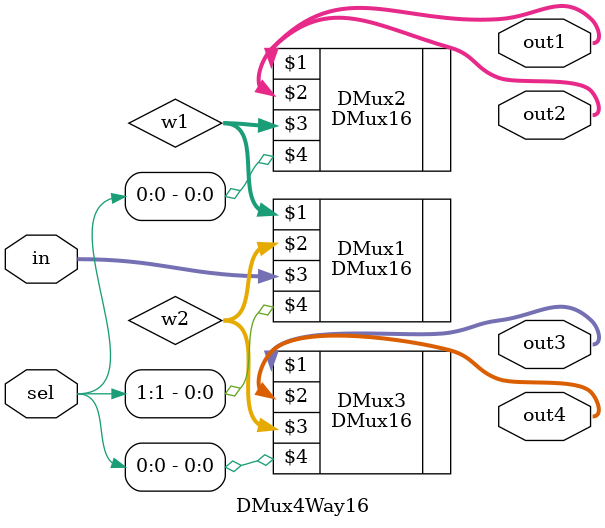
<source format=v>
/* módulo DMux4Way16 */

`ifndef _DMux4Way16_
`define _DMux4Way16_
`include "DMux16.v"


module DMux4Way16(out1, out2, out3, out4, in, sel);
    input [15:0] in ;
    input [1:0] sel;
    output [15:0] out1, out2, out3, out4;
    wire [15:0] w1, w2;

    // Descrição de conexões internas do módulo

    DMux16 DMux1(w1,w2, in, sel[1]);
    DMux16 DMux2(out1,out2, w1, sel[0]);
    DMux16 DMux3(out3,out4, w2, sel[0]);

endmodule

`endif
</source>
